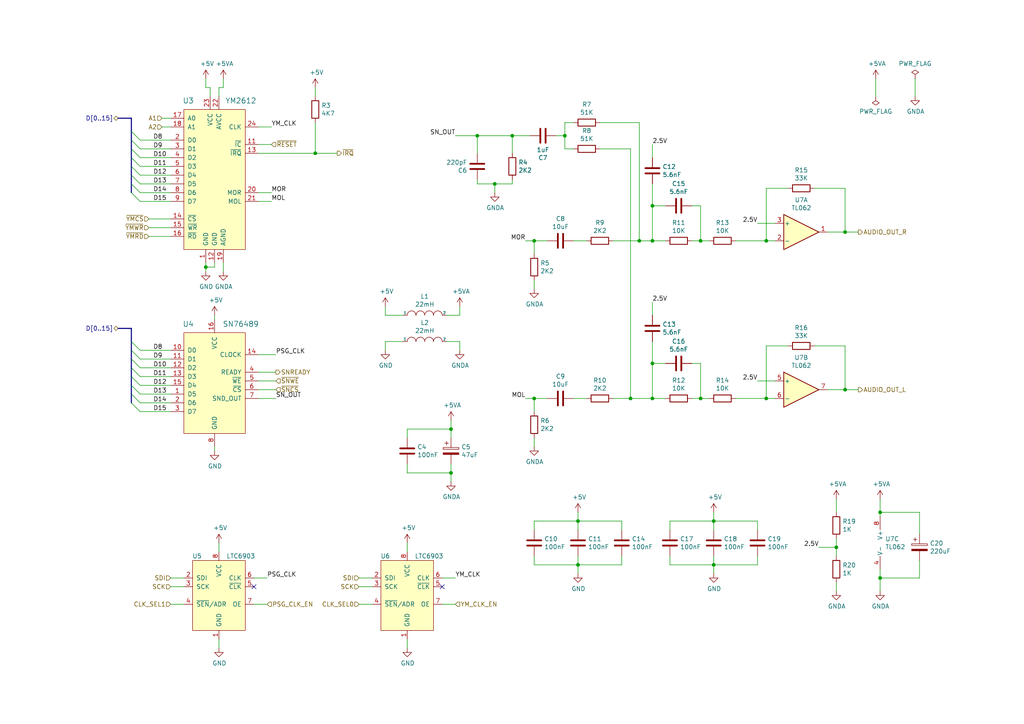
<source format=kicad_sch>
(kicad_sch (version 20230121) (generator eeschema)
  (paper "A4")
  (lib_symbols
    (symbol "Amplifier_Operational:TL062" (pin_names (offset 0.127))
      (property "Reference" "U" (at 0 5.08 0))
      (property "Value" "TL062" (at 0 -5.08 0))
      (symbol "TL062_1_1"
        (polyline (pts (xy -5.08 5.08) (xy 5.08 0) (xy -5.08 -5.08) (xy -5.08 5.08)) (stroke (width 0.254)) (fill (type background)))
        (pin output line (at 7.62 0 180) (length 2.54) (name "~") (number "1"))
        (pin input line (at -7.62 -2.54 0) (length 2.54) (name "-") (number "2"))
        (pin input line (at -7.62 2.54 0) (length 2.54) (name "+") (number "3"))
      )
      (symbol "TL062_2_1"
        (polyline (pts (xy -5.08 5.08) (xy 5.08 0) (xy -5.08 -5.08) (xy -5.08 5.08)) (stroke (width 0.254)) (fill (type background)))
        (pin input line (at -7.62 2.54 0) (length 2.54) (name "+") (number "5"))
        (pin input line (at -7.62 -2.54 0) (length 2.54) (name "-") (number "6"))
        (pin output line (at 7.62 0 180) (length 2.54) (name "~") (number "7"))
      )
      (symbol "TL062_3_1"
        (pin power_in line (at -2.54 -7.62 90) (length 3.81) (name "V-") (number "4"))
        (pin power_in line (at -2.54 7.62 270) (length 3.81) (name "V+") (number "8"))
      )
    )
    (symbol "Ddraig:LTC690x" (pin_names (offset 1.016))
      (property "Reference" "U" (at -8.89 17.78 0))
      (property "Value" "LTC690x" (at 10.16 17.78 0))
      (symbol "LTC690x_0_1"
        (rectangle (start -7.62 13.97) (end 7.62 -6.35) (fill (type background)))
      )
      (symbol "LTC690x_1_1"
        (pin power_in line (at 0 -8.89 90) (length 2.54) (name "GND") (number "1"))
        (pin input line (at -10.16 8.89 0) (length 2.54) (name "SDI") (number "2"))
        (pin input line (at -10.16 6.35 0) (length 2.54) (name "SCK") (number "3"))
        (pin input line (at -10.16 1.27 0) (length 2.54) (name "~{SEN}/ADR") (number "4"))
        (pin output line (at 10.16 6.35 180) (length 2.54) (name "~{CLK}") (number "5"))
        (pin output line (at 10.16 8.89 180) (length 2.54) (name "CLK") (number "6"))
        (pin input line (at 10.16 1.27 180) (length 2.54) (name "OE") (number "7"))
        (pin power_in line (at 0 16.51 270) (length 2.54) (name "VCC") (number "8"))
      )
    )
    (symbol "Ddraig:SN76489" (pin_names (offset 1.016))
      (property "Reference" "U" (at 3.81 15.24 0))
      (property "Value" "SN76489" (at 6.35 -16.51 0))
      (symbol "SN76489_0_1"
        (rectangle (start -8.89 13.97) (end 8.89 -15.24) (fill (type background)))
      )
      (symbol "SN76489_1_1"
        (pin bidirectional line (at -12.7 -3.81 0) (length 3.81) (name "D5") (number "1"))
        (pin bidirectional line (at -12.7 8.89 0) (length 3.81) (name "D0") (number "10"))
        (pin bidirectional line (at -12.7 6.35 0) (length 3.81) (name "D1") (number "11"))
        (pin bidirectional line (at -12.7 3.81 0) (length 3.81) (name "D2") (number "12"))
        (pin bidirectional line (at -12.7 1.27 0) (length 3.81) (name "D3") (number "13"))
        (pin input line (at 12.7 7.62 180) (length 3.81) (name "CLOCK") (number "14"))
        (pin bidirectional line (at -12.7 -1.27 0) (length 3.81) (name "D4") (number "15"))
        (pin power_in line (at 0 17.78 270) (length 3.81) (name "VCC") (number "16"))
        (pin bidirectional line (at -12.7 -6.35 0) (length 3.81) (name "D6") (number "2"))
        (pin bidirectional line (at -12.7 -8.89 0) (length 3.81) (name "D7") (number "3"))
        (pin input line (at 12.7 2.54 180) (length 3.81) (name "READY") (number "4"))
        (pin input line (at 12.7 0 180) (length 3.81) (name "~{WE}") (number "5"))
        (pin input line (at 12.7 -2.54 180) (length 3.81) (name "~{CS}") (number "6"))
        (pin output line (at 12.7 -5.08 180) (length 3.81) (name "SND_OUT") (number "7"))
        (pin power_in line (at 0 -19.05 90) (length 3.81) (name "GND") (number "8"))
        (pin no_connect line (at 12.7 5.08 180) (length 3.81) hide (name "NC") (number "9"))
      )
    )
    (symbol "Ddraig:YM2612" (pin_names (offset 1.016))
      (property "Reference" "U" (at 5.08 17.78 0))
      (property "Value" "YM2612" (at 8.89 -25.4 0))
      (symbol "YM2612_0_1"
        (rectangle (start -8.89 16.51) (end 8.89 -24.13) (fill (type background)))
      )
      (symbol "YM2612_1_1"
        (pin power_in line (at -2.54 -27.94 90) (length 3.81) (name "GND") (number "1"))
        (pin no_connect line (at 12.7 -1.27 180) (length 3.81) hide (name "NC") (number "10"))
        (pin input line (at 12.7 6.35 180) (length 3.81) (name "~{IC}") (number "11"))
        (pin power_in line (at 0 -27.94 90) (length 3.81) (name "GND") (number "12"))
        (pin output line (at 12.7 3.81 180) (length 3.81) (name "~{IRQ}") (number "13"))
        (pin input line (at -12.7 -15.24 0) (length 3.81) (name "~{CS}") (number "14"))
        (pin input line (at -12.7 -17.78 0) (length 3.81) (name "~{WR}") (number "15"))
        (pin input line (at -12.7 -20.32 0) (length 3.81) (name "~{RD}") (number "16"))
        (pin input line (at -12.7 13.97 0) (length 3.81) (name "A0") (number "17"))
        (pin input line (at -12.7 11.43 0) (length 3.81) (name "A1") (number "18"))
        (pin power_in line (at 2.54 -27.94 90) (length 3.81) (name "AGND") (number "19"))
        (pin bidirectional line (at -12.7 7.62 0) (length 3.81) (name "D0") (number "2"))
        (pin output line (at 12.7 -7.62 180) (length 3.81) (name "MOR") (number "20"))
        (pin output line (at 12.7 -10.16 180) (length 3.81) (name "MOL") (number "21"))
        (pin power_in line (at 1.27 20.32 270) (length 3.81) (name "AVCC") (number "22"))
        (pin power_in line (at -1.27 20.32 270) (length 3.81) (name "VCC") (number "23"))
        (pin input line (at 12.7 11.43 180) (length 3.81) (name "CLK") (number "24"))
        (pin bidirectional line (at -12.7 5.08 0) (length 3.81) (name "D1") (number "3"))
        (pin bidirectional line (at -12.7 2.54 0) (length 3.81) (name "D2") (number "4"))
        (pin bidirectional line (at -12.7 0 0) (length 3.81) (name "D3") (number "5"))
        (pin bidirectional line (at -12.7 -2.54 0) (length 3.81) (name "D4") (number "6"))
        (pin bidirectional line (at -12.7 -5.08 0) (length 3.81) (name "D5") (number "7"))
        (pin bidirectional line (at -12.7 -7.62 0) (length 3.81) (name "D6") (number "8"))
        (pin bidirectional line (at -12.7 -10.16 0) (length 3.81) (name "D7") (number "9"))
      )
    )
    (symbol "Device:C" (pin_numbers hide) (pin_names (offset 0.254))
      (property "Reference" "C" (at 0.635 2.54 0))
      (property "Value" "C" (at 0.635 -2.54 0))
      (symbol "C_0_1"
        (polyline (pts (xy -2.032 -0.762) (xy 2.032 -0.762)) (stroke (width 0.508)))
        (polyline (pts (xy -2.032 0.762) (xy 2.032 0.762)) (stroke (width 0.508)))
      )
      (symbol "C_1_1"
        (pin passive line (at 0 3.81 270) (length 2.794) (name "~") (number "1"))
        (pin passive line (at 0 -3.81 90) (length 2.794) (name "~") (number "2"))
      )
    )
    (symbol "Device:C_Polarized" (pin_numbers hide) (pin_names (offset 0.254))
      (property "Reference" "C" (at 0.635 2.54 0))
      (property "Value" "C_Polarized" (at 0.635 -2.54 0))
      (symbol "C_Polarized_0_1"
        (rectangle (start -2.286 0.508) (end 2.286 1.016))
        (polyline (pts (xy -1.778 2.286) (xy -0.762 2.286)))
        (polyline (pts (xy -1.27 2.794) (xy -1.27 1.778)))
        (rectangle (start 2.286 -0.508) (end -2.286 -1.016) (fill (type outline)))
      )
      (symbol "C_Polarized_1_1"
        (pin passive line (at 0 3.81 270) (length 2.794) (name "~") (number "1"))
        (pin passive line (at 0 -3.81 90) (length 2.794) (name "~") (number "2"))
      )
    )
    (symbol "Device:R" (pin_numbers hide) (pin_names (offset 0))
      (property "Reference" "R" (at 2.032 0 90))
      (property "Value" "R" (at 0 0 90))
      (symbol "R_0_1"
        (rectangle (start -1.016 -2.54) (end 1.016 2.54) (stroke (width 0.254)))
      )
      (symbol "R_1_1"
        (pin passive line (at 0 3.81 270) (length 1.27) (name "~") (number "1"))
        (pin passive line (at 0 -3.81 90) (length 1.27) (name "~") (number "2"))
      )
    )
    (symbol "power:+5V" (power) (pin_names (offset 0))
      (property "Value" "+5V" (at 0 3.556 0))
      (symbol "+5V_0_1"
        (polyline (pts (xy -0.762 1.27) (xy 0 2.54)))
        (polyline (pts (xy 0 0) (xy 0 2.54)))
        (polyline (pts (xy 0 2.54) (xy 0.762 1.27)))
      )
      (symbol "+5V_1_1"
        (pin power_in line (at 0 0 90) (length 0) hide (name "+5V") (number "1"))
      )
    )
    (symbol "power:+5VA" (power) (pin_names (offset 0))
      (property "Value" "+5VA" (at 0 3.556 0))
      (symbol "+5VA_0_1"
        (polyline (pts (xy -0.762 1.27) (xy 0 2.54)))
        (polyline (pts (xy 0 0) (xy 0 2.54)))
        (polyline (pts (xy 0 2.54) (xy 0.762 1.27)))
      )
      (symbol "+5VA_1_1"
        (pin power_in line (at 0 0 90) (length 0) hide (name "+5VA") (number "1"))
      )
    )
    (symbol "power:GND" (power) (pin_names (offset 0))
      (property "Value" "GND" (at 0 -3.81 0))
      (symbol "GND_0_1"
        (polyline (pts (xy 0 0) (xy 0 -1.27) (xy 1.27 -1.27) (xy 0 -2.54) (xy -1.27 -1.27) (xy 0 -1.27)))
      )
      (symbol "GND_1_1"
        (pin power_in line (at 0 0 270) (length 0) hide (name "GND") (number "1"))
      )
    )
    (symbol "power:GNDA" (power) (pin_names (offset 0))
      (property "Value" "GNDA" (at 0 -3.81 0))
      (symbol "GNDA_0_1"
        (polyline (pts (xy 0 0) (xy 0 -1.27) (xy 1.27 -1.27) (xy 0 -2.54) (xy -1.27 -1.27) (xy 0 -1.27)))
      )
      (symbol "GNDA_1_1"
        (pin power_in line (at 0 0 270) (length 0) hide (name "GNDA") (number "1"))
      )
    )
    (symbol "power:PWR_FLAG" (power) (pin_numbers hide) (pin_names (offset 0) hide)
      (property "Value" "PWR_FLAG" (at 0 3.81 0))
      (symbol "PWR_FLAG_0_0"
        (pin power_out line (at 0 0 90) (length 0) (name "pwr") (number "1"))
      )
      (symbol "PWR_FLAG_0_1"
        (polyline (pts (xy 0 0) (xy 0 1.27) (xy -1.016 1.905) (xy 0 2.54) (xy 1.016 1.905) (xy 0 1.27)))
      )
    )
    (symbol "pspice:INDUCTOR" (pin_numbers hide) (pin_names (offset 0))
      (property "Reference" "L" (at 0 2.54 0))
      (property "Value" "INDUCTOR" (at 0 -1.27 0))
      (symbol "INDUCTOR_0_1"
        (arc (start -2.54 0) (mid -3.81 1.2645) (end -5.08 0))
        (arc (start 0 0) (mid -1.27 1.2645) (end -2.54 0))
        (arc (start 2.54 0) (mid 1.27 1.2645) (end 0 0))
        (arc (start 5.08 0) (mid 3.81 1.2645) (end 2.54 0))
      )
      (symbol "INDUCTOR_1_1"
        (pin input line (at -6.35 0 0) (length 1.27) (name "1") (number "1"))
        (pin input line (at 6.35 0 180) (length 1.27) (name "2") (number "2"))
      )
    )
  )
  (junction (at 154.94 115.57))
  (junction (at 207.01 151.13))
  (junction (at 138.43 39.37))
  (junction (at 154.94 69.85))
  (junction (at 167.64 151.13))
  (junction (at 203.2 69.85))
  (junction (at 207.01 163.83))
  (junction (at 189.23 115.57))
  (junction (at 189.23 59.69))
  (junction (at 245.11 67.31))
  (junction (at 222.25 115.57))
  (junction (at 163.83 39.37))
  (junction (at 167.64 163.83))
  (junction (at 245.11 113.03))
  (junction (at 59.69 77.47))
  (junction (at 185.42 69.85))
  (junction (at 148.59 39.37))
  (junction (at 255.27 148.59))
  (junction (at 130.81 124.46))
  (junction (at 189.23 69.85))
  (junction (at 189.23 105.41))
  (junction (at 255.27 167.64))
  (junction (at 91.44 44.45))
  (junction (at 222.25 69.85))
  (junction (at 182.88 115.57))
  (junction (at 130.81 137.16))
  (junction (at 143.51 53.34))
  (junction (at 242.57 158.75))
  (junction (at 203.2 115.57))
  (no_connect (at 73.66 170.18))
  (no_connect (at 128.27 170.18))
  (bus_entry (at 38.1 53.34) (size 2.54 2.54))
  (bus_entry (at 38.1 45.72) (size 2.54 2.54))
  (bus_entry (at 38.1 43.18) (size 2.54 2.54))
  (bus_entry (at 38.1 38.1) (size 2.54 2.54))
  (bus_entry (at 38.1 55.88) (size 2.54 2.54))
  (bus_entry (at 38.1 50.8) (size 2.54 2.54))
  (bus_entry (at 38.1 116.84) (size 2.54 2.54))
  (bus_entry (at 38.1 111.76) (size 2.54 2.54))
  (bus_entry (at 38.1 114.3) (size 2.54 2.54))
  (bus_entry (at 38.1 48.26) (size 2.54 2.54))
  (bus_entry (at 38.1 106.68) (size 2.54 2.54))
  (bus_entry (at 38.1 101.6) (size 2.54 2.54))
  (bus_entry (at 38.1 104.14) (size 2.54 2.54))
  (bus_entry (at 38.1 109.22) (size 2.54 2.54))
  (bus_entry (at 38.1 40.64) (size 2.54 2.54))
  (bus_entry (at 38.1 99.06) (size 2.54 2.54))
  (wire (pts (xy 194.31 161.29) (xy 194.31 163.83)))
  (wire (pts (xy 118.11 124.46) (xy 130.81 124.46)))
  (wire (pts (xy 194.31 151.13) (xy 207.01 151.13)))
  (wire (pts (xy 180.34 163.83) (xy 180.34 161.29)))
  (wire (pts (xy 74.93 107.95) (xy 80.01 107.95)))
  (wire (pts (xy 242.57 158.75) (xy 242.57 156.21)))
  (wire (pts (xy 118.11 185.42) (xy 118.11 187.96)))
  (bus (pts (xy 38.1 45.72) (xy 38.1 48.26)))
  (wire (pts (xy 40.64 116.84) (xy 49.53 116.84)))
  (wire (pts (xy 138.43 39.37) (xy 132.08 39.37)))
  (bus (pts (xy 38.1 40.64) (xy 38.1 43.18)))
  (wire (pts (xy 194.31 153.67) (xy 194.31 151.13)))
  (wire (pts (xy 111.76 91.44) (xy 116.84 91.44)))
  (wire (pts (xy 63.5 25.4) (xy 64.77 25.4)))
  (wire (pts (xy 203.2 69.85) (xy 205.74 69.85)))
  (wire (pts (xy 60.96 25.4) (xy 60.96 27.94)))
  (wire (pts (xy 49.53 175.26) (xy 53.34 175.26)))
  (wire (pts (xy 130.81 137.16) (xy 130.81 139.7)))
  (wire (pts (xy 59.69 22.86) (xy 59.69 25.4)))
  (wire (pts (xy 49.53 34.29) (xy 46.99 34.29)))
  (wire (pts (xy 213.36 69.85) (xy 222.25 69.85)))
  (wire (pts (xy 167.64 163.83) (xy 167.64 166.37)))
  (wire (pts (xy 245.11 67.31) (xy 245.11 54.61)))
  (wire (pts (xy 154.94 161.29) (xy 154.94 163.83)))
  (wire (pts (xy 43.18 68.58) (xy 49.53 68.58)))
  (wire (pts (xy 167.64 163.83) (xy 180.34 163.83)))
  (wire (pts (xy 59.69 76.2) (xy 59.69 77.47)))
  (wire (pts (xy 203.2 59.69) (xy 203.2 69.85)))
  (wire (pts (xy 242.57 148.59) (xy 242.57 144.78)))
  (wire (pts (xy 64.77 25.4) (xy 64.77 22.86)))
  (wire (pts (xy 128.27 175.26) (xy 132.08 175.26)))
  (wire (pts (xy 153.67 39.37) (xy 148.59 39.37)))
  (wire (pts (xy 152.4 69.85) (xy 154.94 69.85)))
  (wire (pts (xy 154.94 129.54) (xy 154.94 127)))
  (bus (pts (xy 38.1 95.25) (xy 38.1 99.06)))
  (wire (pts (xy 245.11 113.03) (xy 248.92 113.03)))
  (wire (pts (xy 222.25 115.57) (xy 224.79 115.57)))
  (wire (pts (xy 203.2 69.85) (xy 200.66 69.85)))
  (wire (pts (xy 167.64 151.13) (xy 167.64 148.59)))
  (wire (pts (xy 74.93 44.45) (xy 91.44 44.45)))
  (wire (pts (xy 242.57 161.29) (xy 242.57 158.75)))
  (wire (pts (xy 49.53 36.83) (xy 46.99 36.83)))
  (wire (pts (xy 255.27 148.59) (xy 255.27 144.78)))
  (wire (pts (xy 133.35 99.06) (xy 133.35 101.6)))
  (wire (pts (xy 143.51 53.34) (xy 138.43 53.34)))
  (wire (pts (xy 62.23 77.47) (xy 62.23 76.2)))
  (wire (pts (xy 74.93 58.42) (xy 78.74 58.42)))
  (wire (pts (xy 189.23 41.91) (xy 189.23 45.72)))
  (wire (pts (xy 59.69 25.4) (xy 60.96 25.4)))
  (wire (pts (xy 189.23 115.57) (xy 193.04 115.57)))
  (wire (pts (xy 104.14 167.64) (xy 107.95 167.64)))
  (bus (pts (xy 38.1 109.22) (xy 38.1 111.76)))
  (wire (pts (xy 148.59 53.34) (xy 148.59 52.07)))
  (wire (pts (xy 207.01 151.13) (xy 207.01 148.59)))
  (wire (pts (xy 73.66 167.64) (xy 77.47 167.64)))
  (wire (pts (xy 154.94 69.85) (xy 154.94 73.66)))
  (wire (pts (xy 130.81 134.62) (xy 130.81 137.16)))
  (wire (pts (xy 111.76 101.6) (xy 111.76 99.06)))
  (bus (pts (xy 38.1 104.14) (xy 38.1 106.68)))
  (wire (pts (xy 40.64 43.18) (xy 49.53 43.18)))
  (wire (pts (xy 194.31 163.83) (xy 207.01 163.83)))
  (wire (pts (xy 154.94 153.67) (xy 154.94 151.13)))
  (wire (pts (xy 43.18 66.04) (xy 49.53 66.04)))
  (wire (pts (xy 245.11 113.03) (xy 245.11 100.33)))
  (wire (pts (xy 254 22.86) (xy 254 27.94)))
  (wire (pts (xy 266.7 154.94) (xy 266.7 148.59)))
  (wire (pts (xy 143.51 53.34) (xy 143.51 55.88)))
  (wire (pts (xy 78.74 36.83) (xy 74.93 36.83)))
  (wire (pts (xy 207.01 163.83) (xy 207.01 166.37)))
  (wire (pts (xy 245.11 54.61) (xy 236.22 54.61)))
  (wire (pts (xy 40.64 48.26) (xy 49.53 48.26)))
  (wire (pts (xy 166.37 115.57) (xy 170.18 115.57)))
  (wire (pts (xy 167.64 153.67) (xy 167.64 151.13)))
  (wire (pts (xy 63.5 185.42) (xy 63.5 187.96)))
  (wire (pts (xy 128.27 167.64) (xy 132.08 167.64)))
  (wire (pts (xy 219.71 64.77) (xy 224.79 64.77)))
  (wire (pts (xy 74.93 110.49) (xy 80.01 110.49)))
  (wire (pts (xy 203.2 115.57) (xy 205.74 115.57)))
  (wire (pts (xy 193.04 105.41) (xy 189.23 105.41)))
  (bus (pts (xy 38.1 50.8) (xy 38.1 53.34)))
  (wire (pts (xy 118.11 134.62) (xy 118.11 137.16)))
  (wire (pts (xy 40.64 50.8) (xy 49.53 50.8)))
  (bus (pts (xy 38.1 34.29) (xy 38.1 38.1)))
  (wire (pts (xy 182.88 115.57) (xy 189.23 115.57)))
  (wire (pts (xy 222.25 69.85) (xy 224.79 69.85)))
  (bus (pts (xy 38.1 53.34) (xy 38.1 55.88)))
  (wire (pts (xy 245.11 67.31) (xy 248.92 67.31)))
  (wire (pts (xy 43.18 63.5) (xy 49.53 63.5)))
  (wire (pts (xy 40.64 101.6) (xy 49.53 101.6)))
  (wire (pts (xy 219.71 110.49) (xy 224.79 110.49)))
  (wire (pts (xy 62.23 129.54) (xy 62.23 130.81)))
  (wire (pts (xy 80.01 102.87) (xy 74.93 102.87)))
  (wire (pts (xy 207.01 153.67) (xy 207.01 151.13)))
  (wire (pts (xy 78.74 55.88) (xy 74.93 55.88)))
  (wire (pts (xy 118.11 157.48) (xy 118.11 160.02)))
  (wire (pts (xy 148.59 39.37) (xy 138.43 39.37)))
  (wire (pts (xy 118.11 127) (xy 118.11 124.46)))
  (wire (pts (xy 40.64 114.3) (xy 49.53 114.3)))
  (bus (pts (xy 38.1 43.18) (xy 38.1 45.72)))
  (wire (pts (xy 91.44 25.4) (xy 91.44 27.94)))
  (wire (pts (xy 222.25 100.33) (xy 222.25 115.57)))
  (wire (pts (xy 91.44 44.45) (xy 97.79 44.45)))
  (wire (pts (xy 91.44 35.56) (xy 91.44 44.45)))
  (wire (pts (xy 182.88 43.18) (xy 182.88 115.57)))
  (wire (pts (xy 185.42 69.85) (xy 189.23 69.85)))
  (bus (pts (xy 38.1 48.26) (xy 38.1 50.8)))
  (wire (pts (xy 40.64 111.76) (xy 49.53 111.76)))
  (wire (pts (xy 138.43 53.34) (xy 138.43 52.07)))
  (wire (pts (xy 40.64 106.68) (xy 49.53 106.68)))
  (bus (pts (xy 38.1 101.6) (xy 38.1 104.14)))
  (wire (pts (xy 154.94 83.82) (xy 154.94 81.28)))
  (bus (pts (xy 38.1 106.68) (xy 38.1 109.22)))
  (wire (pts (xy 80.01 113.03) (xy 74.93 113.03)))
  (wire (pts (xy 154.94 163.83) (xy 167.64 163.83)))
  (wire (pts (xy 173.99 43.18) (xy 182.88 43.18)))
  (bus (pts (xy 38.1 99.06) (xy 38.1 101.6)))
  (wire (pts (xy 203.2 115.57) (xy 200.66 115.57)))
  (wire (pts (xy 222.25 54.61) (xy 222.25 69.85)))
  (wire (pts (xy 40.64 119.38) (xy 49.53 119.38)))
  (wire (pts (xy 200.66 59.69) (xy 203.2 59.69)))
  (wire (pts (xy 40.64 45.72) (xy 49.53 45.72)))
  (wire (pts (xy 130.81 121.92) (xy 130.81 124.46)))
  (bus (pts (xy 38.1 95.25) (xy 34.29 95.25)))
  (wire (pts (xy 265.43 27.94) (xy 265.43 22.86)))
  (wire (pts (xy 158.75 69.85) (xy 154.94 69.85)))
  (wire (pts (xy 242.57 171.45) (xy 242.57 168.91)))
  (wire (pts (xy 107.95 170.18) (xy 104.14 170.18)))
  (bus (pts (xy 38.1 38.1) (xy 38.1 40.64)))
  (wire (pts (xy 266.7 148.59) (xy 255.27 148.59)))
  (wire (pts (xy 219.71 163.83) (xy 219.71 161.29)))
  (wire (pts (xy 161.29 39.37) (xy 163.83 39.37)))
  (wire (pts (xy 62.23 91.44) (xy 62.23 92.71)))
  (bus (pts (xy 38.1 114.3) (xy 38.1 116.84)))
  (wire (pts (xy 163.83 39.37) (xy 163.83 35.56)))
  (wire (pts (xy 255.27 167.64) (xy 255.27 165.1)))
  (wire (pts (xy 167.64 151.13) (xy 180.34 151.13)))
  (wire (pts (xy 40.64 109.22) (xy 49.53 109.22)))
  (wire (pts (xy 245.11 100.33) (xy 236.22 100.33)))
  (wire (pts (xy 138.43 44.45) (xy 138.43 39.37)))
  (wire (pts (xy 129.54 91.44) (xy 133.35 91.44)))
  (wire (pts (xy 40.64 55.88) (xy 49.53 55.88)))
  (wire (pts (xy 152.4 115.57) (xy 154.94 115.57)))
  (wire (pts (xy 133.35 91.44) (xy 133.35 88.9)))
  (wire (pts (xy 189.23 53.34) (xy 189.23 59.69)))
  (wire (pts (xy 207.01 163.83) (xy 219.71 163.83)))
  (wire (pts (xy 193.04 59.69) (xy 189.23 59.69)))
  (bus (pts (xy 38.1 34.29) (xy 34.29 34.29)))
  (wire (pts (xy 49.53 167.64) (xy 53.34 167.64)))
  (wire (pts (xy 185.42 35.56) (xy 185.42 69.85)))
  (wire (pts (xy 167.64 161.29) (xy 167.64 163.83)))
  (wire (pts (xy 255.27 171.45) (xy 255.27 167.64)))
  (wire (pts (xy 148.59 44.45) (xy 148.59 39.37)))
  (wire (pts (xy 104.14 175.26) (xy 107.95 175.26)))
  (wire (pts (xy 255.27 149.86) (xy 255.27 148.59)))
  (wire (pts (xy 73.66 175.26) (xy 77.47 175.26)))
  (wire (pts (xy 189.23 105.41) (xy 189.23 115.57)))
  (wire (pts (xy 40.64 58.42) (xy 49.53 58.42)))
  (wire (pts (xy 163.83 35.56) (xy 166.37 35.56)))
  (wire (pts (xy 143.51 53.34) (xy 148.59 53.34)))
  (wire (pts (xy 177.8 69.85) (xy 185.42 69.85)))
  (wire (pts (xy 78.74 41.91) (xy 74.93 41.91)))
  (wire (pts (xy 111.76 88.9) (xy 111.76 91.44)))
  (wire (pts (xy 129.54 99.06) (xy 133.35 99.06)))
  (wire (pts (xy 207.01 161.29) (xy 207.01 163.83)))
  (wire (pts (xy 240.03 67.31) (xy 245.11 67.31)))
  (wire (pts (xy 173.99 35.56) (xy 185.42 35.56)))
  (wire (pts (xy 203.2 105.41) (xy 203.2 115.57)))
  (wire (pts (xy 59.69 77.47) (xy 59.69 78.74)))
  (wire (pts (xy 53.34 170.18) (xy 49.53 170.18)))
  (wire (pts (xy 64.77 78.74) (xy 64.77 76.2)))
  (wire (pts (xy 163.83 39.37) (xy 163.83 43.18)))
  (wire (pts (xy 213.36 115.57) (xy 222.25 115.57)))
  (wire (pts (xy 40.64 104.14) (xy 49.53 104.14)))
  (wire (pts (xy 63.5 157.48) (xy 63.5 160.02)))
  (wire (pts (xy 154.94 115.57) (xy 154.94 119.38)))
  (wire (pts (xy 118.11 137.16) (xy 130.81 137.16)))
  (wire (pts (xy 266.7 167.64) (xy 255.27 167.64)))
  (wire (pts (xy 63.5 27.94) (xy 63.5 25.4)))
  (wire (pts (xy 158.75 115.57) (xy 154.94 115.57)))
  (wire (pts (xy 163.83 43.18) (xy 166.37 43.18)))
  (wire (pts (xy 40.64 53.34) (xy 49.53 53.34)))
  (bus (pts (xy 38.1 111.76) (xy 38.1 114.3)))
  (wire (pts (xy 189.23 87.63) (xy 189.23 91.44)))
  (wire (pts (xy 59.69 77.47) (xy 62.23 77.47)))
  (wire (pts (xy 219.71 151.13) (xy 219.71 153.67)))
  (wire (pts (xy 237.49 158.75) (xy 242.57 158.75)))
  (wire (pts (xy 177.8 115.57) (xy 182.88 115.57)))
  (wire (pts (xy 228.6 100.33) (xy 222.25 100.33)))
  (wire (pts (xy 266.7 162.56) (xy 266.7 167.64)))
  (wire (pts (xy 228.6 54.61) (xy 222.25 54.61)))
  (wire (pts (xy 189.23 59.69) (xy 189.23 69.85)))
  (wire (pts (xy 200.66 105.41) (xy 203.2 105.41)))
  (wire (pts (xy 180.34 151.13) (xy 180.34 153.67)))
  (wire (pts (xy 207.01 151.13) (xy 219.71 151.13)))
  (wire (pts (xy 111.76 99.06) (xy 116.84 99.06)))
  (wire (pts (xy 40.64 40.64) (xy 49.53 40.64)))
  (wire (pts (xy 189.23 99.06) (xy 189.23 105.41)))
  (wire (pts (xy 154.94 151.13) (xy 167.64 151.13)))
  (wire (pts (xy 166.37 69.85) (xy 170.18 69.85)))
  (wire (pts (xy 130.81 127) (xy 130.81 124.46)))
  (wire (pts (xy 80.01 115.57) (xy 74.93 115.57)))
  (wire (pts (xy 189.23 69.85) (xy 193.04 69.85)))
  (wire (pts (xy 240.03 113.03) (xy 245.11 113.03)))
  (label "D11" (at 44.45 109.22 0))
  (label "D12" (at 44.45 111.76 0))
  (label "D15" (at 44.45 119.38 0))
  (label "D8" (at 44.45 40.64 0))
  (label "MOR" (at 78.74 55.88 0))
  (label "D15" (at 44.45 58.42 0))
  (label "D14" (at 44.45 55.88 0))
  (label "SN_OUT" (at 132.08 39.37 180))
  (label "SN_OUT" (at 80.01 115.57 0))
  (label "D12" (at 44.45 50.8 0))
  (label "MOR" (at 152.4 69.85 180))
  (label "D8" (at 44.45 101.6 0))
  (label "D10" (at 44.45 106.68 0))
  (label "D11" (at 44.45 48.26 0))
  (label "D9" (at 44.45 43.18 0))
  (label "PSG_CLK" (at 80.01 102.87 0))
  (label "D13" (at 44.45 114.3 0))
  (label "2.5V" (at 189.23 41.91 0))
  (label "YM_CLK" (at 132.08 167.64 0))
  (label "YM_CLK" (at 78.74 36.83 0))
  (label "D14" (at 44.45 116.84 0))
  (label "2.5V" (at 237.49 158.75 180))
  (label "D10" (at 44.45 45.72 0))
  (label "2.5V" (at 219.71 64.77 180))
  (label "MOL" (at 152.4 115.57 180))
  (label "PSG_CLK" (at 77.47 167.64 0))
  (label "2.5V" (at 219.71 110.49 180))
  (label "2.5V" (at 189.23 87.63 0))
  (label "MOL" (at 78.74 58.42 0))
  (label "D9" (at 44.45 104.14 0))
  (label "D13" (at 44.45 53.34 0))
  (hierarchical_label "CLK_SEL0" (shape input) (at 104.14 175.26 180))
  (hierarchical_label "SCK" (shape input) (at 49.53 170.18 180))
  (hierarchical_label "~{YMCS}" (shape input) (at 43.18 63.5 180))
  (hierarchical_label "SDI" (shape input) (at 49.53 167.64 180))
  (hierarchical_label "YM_CLK_EN" (shape input) (at 132.08 175.26 0))
  (hierarchical_label "A2" (shape input) (at 46.99 36.83 180))
  (hierarchical_label "A1" (shape input) (at 46.99 34.29 180))
  (hierarchical_label "~{YMWR}" (shape input) (at 43.18 66.04 180))
  (hierarchical_label "CLK_SEL1" (shape input) (at 49.53 175.26 180))
  (hierarchical_label "AUDIO_OUT_L" (shape output) (at 248.92 113.03 0))
  (hierarchical_label "SDI" (shape input) (at 104.14 167.64 180))
  (hierarchical_label "SCK" (shape input) (at 104.14 170.18 180))
  (hierarchical_label "~{YMRD}" (shape input) (at 43.18 68.58 180))
  (hierarchical_label "~{IRQ}" (shape output) (at 97.79 44.45 0))
  (hierarchical_label "D[0..15]" (shape bidirectional) (at 34.29 95.25 180))
  (hierarchical_label "PSG_CLK_EN" (shape input) (at 77.47 175.26 0))
  (hierarchical_label "~{SNCS}" (shape input) (at 80.01 113.03 0))
  (hierarchical_label "D[0..15]" (shape bidirectional) (at 34.29 34.29 180))
  (hierarchical_label "~{RESET}" (shape input) (at 78.74 41.91 0))
  (hierarchical_label "AUDIO_OUT_R" (shape output) (at 248.92 67.31 0))
  (hierarchical_label "~{SNWE}" (shape input) (at 80.01 110.49 0))
  (hierarchical_label "SNREADY" (shape output) (at 80.01 107.95 0))
  (symbol (lib_id "Amplifier_Operational:TL062") (at 232.41 67.31 0) (unit 1)
    (property "Reference" "U7" (at 232.41 57.9882 0))
    (property "Value" "TL062" (at 232.41 60.2996 0))
    (property "Footprint" "Package_DIP:DIP-8_W7.62mm_Socket" (effects hide))
    (property "Datasheet" "http://www.ti.com/lit/ds/symlink/tl061.pdf" (effects hide))
  )
  (symbol (lib_id "Amplifier_Operational:TL062") (at 232.41 113.03 0) (unit 2)
    (property "Reference" "U7" (at 232.41 103.7082 0))
    (property "Value" "TL062" (at 232.41 106.0196 0))
    (property "Footprint" "Package_DIP:DIP-8_W7.62mm_Socket" (effects hide))
    (property "Datasheet" "http://www.ti.com/lit/ds/symlink/tl061.pdf" (effects hide))
  )
  (symbol (lib_id "Amplifier_Operational:TL062") (at 257.81 157.48 0) (unit 3)
    (property "Reference" "U7" (at 256.7432 156.3116 0) (effects (justify left)))
    (property "Value" "TL062" (at 256.7432 158.623 0) (effects (justify left)))
    (property "Footprint" "Package_DIP:DIP-8_W7.62mm_Socket" (effects hide))
    (property "Datasheet" "http://www.ti.com/lit/ds/symlink/tl061.pdf" (effects hide))
  )
  (symbol (lib_id "power:+5VA") (at 255.27 144.78 0) (unit 1)
    (property "Reference" "#PWR042" (effects hide))
    (property "Value" "+5VA" (at 255.651 140.3858 0))
  )
  (symbol (lib_id "power:GNDA") (at 255.27 171.45 0) (unit 1)
    (property "Reference" "#PWR043" (effects hide))
    (property "Value" "GNDA" (at 255.397 175.8442 0))
  )
  (symbol (lib_id "Device:C_Polarized") (at 266.7 158.75 0) (unit 1)
    (property "Reference" "C20" (at 269.6972 157.5816 0) (effects (justify left)))
    (property "Value" "220uF" (at 269.6972 159.893 0) (effects (justify left)))
    (property "Footprint" "Capacitor_THT:CP_Radial_D5.0mm_P2.50mm" (effects hide))
  )
  (symbol (lib_id "Device:R") (at 232.41 54.61 270) (unit 1)
    (property "Reference" "R15" (at 232.41 49.3522 90))
    (property "Value" "33K" (at 232.41 51.6636 90))
    (property "Footprint" "Resistor_THT:R_Axial_DIN0207_L6.3mm_D2.5mm_P10.16mm_Horizontal" (effects hide))
  )
  (symbol (lib_id "Device:R") (at 209.55 69.85 270) (unit 1)
    (property "Reference" "R13" (at 209.55 64.5922 90))
    (property "Value" "10K" (at 209.55 66.9036 90))
    (property "Footprint" "Resistor_THT:R_Axial_DIN0207_L6.3mm_D2.5mm_P10.16mm_Horizontal" (effects hide))
  )
  (symbol (lib_id "Device:R") (at 196.85 69.85 270) (unit 1)
    (property "Reference" "R11" (at 196.85 64.5922 90))
    (property "Value" "10K" (at 196.85 66.9036 90))
    (property "Footprint" "Resistor_THT:R_Axial_DIN0207_L6.3mm_D2.5mm_P10.16mm_Horizontal" (effects hide))
  )
  (symbol (lib_id "Device:R") (at 173.99 69.85 270) (unit 1)
    (property "Reference" "R9" (at 173.99 64.5922 90))
    (property "Value" "2K2" (at 173.99 66.9036 90))
    (property "Footprint" "Resistor_THT:R_Axial_DIN0207_L6.3mm_D2.5mm_P10.16mm_Horizontal" (effects hide))
  )
  (symbol (lib_id "Device:C") (at 162.56 69.85 270) (unit 1)
    (property "Reference" "C8" (at 162.56 63.4492 90))
    (property "Value" "10uF" (at 162.56 65.7606 90))
    (property "Footprint" "Capacitor_THT:C_Disc_D5.0mm_W2.5mm_P2.50mm" (effects hide))
  )
  (symbol (lib_id "Device:R") (at 154.94 77.47 180) (unit 1)
    (property "Reference" "R5" (at 156.718 76.3016 0) (effects (justify right)))
    (property "Value" "2K2" (at 156.718 78.613 0) (effects (justify right)))
    (property "Footprint" "Resistor_THT:R_Axial_DIN0207_L6.3mm_D2.5mm_P10.16mm_Horizontal" (effects hide))
  )
  (symbol (lib_id "Device:C") (at 196.85 59.69 270) (unit 1)
    (property "Reference" "C15" (at 196.85 53.2892 90))
    (property "Value" "5.6nF" (at 196.85 55.6006 90))
    (property "Footprint" "Capacitor_THT:C_Disc_D5.0mm_W2.5mm_P2.50mm" (effects hide))
  )
  (symbol (lib_id "Device:C") (at 189.23 49.53 0) (unit 1)
    (property "Reference" "C12" (at 192.151 48.3616 0) (effects (justify left)))
    (property "Value" "5.6nF" (at 192.151 50.673 0) (effects (justify left)))
    (property "Footprint" "Capacitor_THT:C_Disc_D5.0mm_W2.5mm_P2.50mm" (effects hide))
  )
  (symbol (lib_id "power:GNDA") (at 154.94 83.82 0) (unit 1)
    (property "Reference" "#PWR035" (effects hide))
    (property "Value" "GNDA" (at 155.067 88.2142 0))
  )
  (symbol (lib_id "Device:R") (at 232.41 100.33 270) (unit 1)
    (property "Reference" "R16" (at 232.41 95.0722 90))
    (property "Value" "33K" (at 232.41 97.3836 90))
    (property "Footprint" "Resistor_THT:R_Axial_DIN0207_L6.3mm_D2.5mm_P10.16mm_Horizontal" (effects hide))
  )
  (symbol (lib_id "Device:R") (at 209.55 115.57 270) (unit 1)
    (property "Reference" "R14" (at 209.55 110.3122 90))
    (property "Value" "10K" (at 209.55 112.6236 90))
    (property "Footprint" "Resistor_THT:R_Axial_DIN0207_L6.3mm_D2.5mm_P10.16mm_Horizontal" (effects hide))
  )
  (symbol (lib_id "Device:R") (at 196.85 115.57 270) (unit 1)
    (property "Reference" "R12" (at 196.85 110.3122 90))
    (property "Value" "10K" (at 196.85 112.6236 90))
    (property "Footprint" "Resistor_THT:R_Axial_DIN0207_L6.3mm_D2.5mm_P10.16mm_Horizontal" (effects hide))
  )
  (symbol (lib_id "Device:R") (at 173.99 115.57 270) (unit 1)
    (property "Reference" "R10" (at 173.99 110.3122 90))
    (property "Value" "2K2" (at 173.99 112.6236 90))
    (property "Footprint" "Resistor_THT:R_Axial_DIN0207_L6.3mm_D2.5mm_P10.16mm_Horizontal" (effects hide))
  )
  (symbol (lib_id "Device:C") (at 162.56 115.57 270) (unit 1)
    (property "Reference" "C9" (at 162.56 109.1692 90))
    (property "Value" "10uF" (at 162.56 111.4806 90))
    (property "Footprint" "Capacitor_THT:C_Disc_D5.0mm_W2.5mm_P2.50mm" (effects hide))
  )
  (symbol (lib_id "Device:R") (at 154.94 123.19 180) (unit 1)
    (property "Reference" "R6" (at 156.718 122.0216 0) (effects (justify right)))
    (property "Value" "2K2" (at 156.718 124.333 0) (effects (justify right)))
    (property "Footprint" "Resistor_THT:R_Axial_DIN0207_L6.3mm_D2.5mm_P10.16mm_Horizontal" (effects hide))
  )
  (symbol (lib_id "Device:C") (at 196.85 105.41 270) (unit 1)
    (property "Reference" "C16" (at 196.85 99.0092 90))
    (property "Value" "5.6nF" (at 196.85 101.3206 90))
    (property "Footprint" "Capacitor_THT:C_Disc_D5.0mm_W2.5mm_P2.50mm" (effects hide))
  )
  (symbol (lib_id "Device:C") (at 189.23 95.25 0) (unit 1)
    (property "Reference" "C13" (at 192.151 94.0816 0) (effects (justify left)))
    (property "Value" "5.6nF" (at 192.151 96.393 0) (effects (justify left)))
    (property "Footprint" "Capacitor_THT:C_Disc_D5.0mm_W2.5mm_P2.50mm" (effects hide))
  )
  (symbol (lib_id "power:GNDA") (at 154.94 129.54 0) (unit 1)
    (property "Reference" "#PWR036" (effects hide))
    (property "Value" "GNDA" (at 155.067 133.9342 0))
  )
  (symbol (lib_id "Device:R") (at 170.18 35.56 90) (unit 1)
    (property "Reference" "R7" (at 170.18 30.3022 90))
    (property "Value" "51K" (at 170.18 32.6136 90))
    (property "Footprint" "Resistor_THT:R_Axial_DIN0207_L6.3mm_D2.5mm_P10.16mm_Horizontal" (effects hide))
  )
  (symbol (lib_id "Device:R") (at 170.18 43.18 90) (unit 1)
    (property "Reference" "R8" (at 170.18 37.9222 90))
    (property "Value" "51K" (at 170.18 40.2336 90))
    (property "Footprint" "Resistor_THT:R_Axial_DIN0207_L6.3mm_D2.5mm_P10.16mm_Horizontal" (effects hide))
  )
  (symbol (lib_id "Device:C") (at 157.48 39.37 90) (unit 1)
    (property "Reference" "C7" (at 157.48 45.7708 90))
    (property "Value" "1uF" (at 157.48 43.4594 90))
    (property "Footprint" "Capacitor_THT:C_Disc_D5.0mm_W2.5mm_P2.50mm" (effects hide))
  )
  (symbol (lib_id "Device:C") (at 138.43 48.26 180) (unit 1)
    (property "Reference" "C6" (at 135.509 49.4284 0) (effects (justify left)))
    (property "Value" "220pF" (at 135.509 47.117 0) (effects (justify left)))
    (property "Footprint" "Capacitor_THT:C_Disc_D5.0mm_W2.5mm_P2.50mm" (effects hide))
  )
  (symbol (lib_id "Device:R") (at 148.59 48.26 0) (unit 1)
    (property "Reference" "R4" (at 150.368 47.0916 0) (effects (justify left)))
    (property "Value" "2K2" (at 150.368 49.403 0) (effects (justify left)))
    (property "Footprint" "Resistor_THT:R_Axial_DIN0207_L6.3mm_D2.5mm_P10.16mm_Horizontal" (effects hide))
  )
  (symbol (lib_id "Ddraig:LTC690x") (at 118.11 176.53 0) (unit 1)
    (property "Reference" "U6" (at 111.76 161.29 0))
    (property "Value" "LTC6903" (at 124.46 161.29 0))
    (property "Footprint" "Ddraig:SOP65P490X110-8N" (effects hide))
  )
  (symbol (lib_id "power:GND") (at 118.11 187.96 0) (unit 1)
    (property "Reference" "#PWR029" (effects hide))
    (property "Value" "GND" (at 118.237 192.3542 0))
  )
  (symbol (lib_id "power:+5V") (at 118.11 157.48 0) (unit 1)
    (property "Reference" "#PWR028" (effects hide))
    (property "Value" "+5V" (at 118.491 153.0858 0))
  )
  (symbol (lib_id "Ddraig:LTC690x") (at 63.5 176.53 0) (unit 1)
    (property "Reference" "U5" (at 57.15 161.29 0))
    (property "Value" "LTC6903" (at 69.85 161.29 0))
    (property "Footprint" "Ddraig:SOP65P490X110-8N" (effects hide))
  )
  (symbol (lib_id "power:GND") (at 63.5 187.96 0) (unit 1)
    (property "Reference" "#PWR022" (effects hide))
    (property "Value" "GND" (at 63.627 192.3542 0))
  )
  (symbol (lib_id "power:+5V") (at 63.5 157.48 0) (unit 1)
    (property "Reference" "#PWR021" (effects hide))
    (property "Value" "+5V" (at 63.881 153.0858 0))
  )
  (symbol (lib_id "Ddraig:YM2612") (at 62.23 48.26 0) (unit 1)
    (property "Reference" "U3" (at 54.61 29.21 0) (effects (font (size 1.524 1.524))))
    (property "Value" "YM2612" (at 69.85 29.21 0) (effects (font (size 1.524 1.524))))
    (property "Footprint" "Package_DIP:DIP-24_W15.24mm_Socket" (effects hide))
  )
  (symbol (lib_id "Ddraig:SN76489") (at 62.23 110.49 0) (unit 1)
    (property "Reference" "U4" (at 54.61 93.98 0) (effects (font (size 1.524 1.524))))
    (property "Value" "SN76489" (at 69.85 93.98 0) (effects (font (size 1.524 1.524))))
    (property "Footprint" "Package_DIP:DIP-16_W7.62mm_Socket" (effects hide))
  )
  (symbol (lib_id "power:GNDA") (at 143.51 55.88 0) (unit 1)
    (property "Reference" "#PWR034" (effects hide))
    (property "Value" "GNDA" (at 143.637 60.2742 0))
  )
  (symbol (lib_id "power:GND") (at 59.69 78.74 0) (unit 1)
    (property "Reference" "#PWR018" (effects hide))
    (property "Value" "GND" (at 59.817 83.1342 0))
  )
  (symbol (lib_id "power:GND") (at 62.23 130.81 0) (unit 1)
    (property "Reference" "#PWR020" (effects hide))
    (property "Value" "GND" (at 62.357 135.2042 0))
  )
  (symbol (lib_id "power:+5V") (at 62.23 91.44 0) (unit 1)
    (property "Reference" "#PWR019" (effects hide))
    (property "Value" "+5V" (at 62.611 87.0458 0))
  )
  (symbol (lib_id "power:+5V") (at 59.69 22.86 0) (unit 1)
    (property "Reference" "#PWR017" (effects hide))
    (property "Value" "+5V" (at 60.071 18.4658 0))
  )
  (symbol (lib_id "power:+5VA") (at 64.77 22.86 0) (unit 1)
    (property "Reference" "#PWR023" (effects hide))
    (property "Value" "+5VA" (at 65.151 18.4658 0))
  )
  (symbol (lib_id "power:GNDA") (at 64.77 78.74 0) (unit 1)
    (property "Reference" "#PWR024" (effects hide))
    (property "Value" "GNDA" (at 64.897 83.1342 0))
  )
  (symbol (lib_id "Device:R") (at 91.44 31.75 0) (unit 1)
    (property "Reference" "R3" (at 93.218 30.5816 0) (effects (justify left)))
    (property "Value" "4K7" (at 93.218 32.893 0) (effects (justify left)))
    (property "Footprint" "Resistor_THT:R_Axial_DIN0207_L6.3mm_D2.5mm_P10.16mm_Horizontal" (effects hide))
  )
  (symbol (lib_id "power:+5V") (at 91.44 25.4 0) (unit 1)
    (property "Reference" "#PWR025" (effects hide))
    (property "Value" "+5V" (at 91.821 21.0058 0))
  )
  (symbol (lib_id "Device:C") (at 207.01 157.48 0) (unit 1)
    (property "Reference" "C18" (at 209.931 156.3116 0) (effects (justify left)))
    (property "Value" "100nF" (at 209.931 158.623 0) (effects (justify left)))
    (property "Footprint" "Capacitor_THT:C_Disc_D5.0mm_W2.5mm_P2.50mm" (effects hide))
  )
  (symbol (lib_id "Device:C") (at 219.71 157.48 0) (unit 1)
    (property "Reference" "C19" (at 222.631 156.3116 0) (effects (justify left)))
    (property "Value" "100nF" (at 222.631 158.623 0) (effects (justify left)))
    (property "Footprint" "Capacitor_THT:C_Disc_D5.0mm_W2.5mm_P2.50mm" (effects hide))
  )
  (symbol (lib_id "Device:C") (at 194.31 157.48 0) (unit 1)
    (property "Reference" "C17" (at 197.231 156.3116 0) (effects (justify left)))
    (property "Value" "100nF" (at 197.231 158.623 0) (effects (justify left)))
    (property "Footprint" "Capacitor_THT:C_Disc_D5.0mm_W2.5mm_P2.50mm" (effects hide))
  )
  (symbol (lib_id "power:GND") (at 207.01 166.37 0) (unit 1)
    (property "Reference" "#PWR040" (effects hide))
    (property "Value" "GND" (at 207.137 170.7642 0))
  )
  (symbol (lib_id "power:+5V") (at 207.01 148.59 0) (unit 1)
    (property "Reference" "#PWR039" (effects hide))
    (property "Value" "+5V" (at 207.391 144.1958 0))
  )
  (symbol (lib_id "Device:C") (at 167.64 157.48 0) (unit 1)
    (property "Reference" "C11" (at 170.561 156.3116 0) (effects (justify left)))
    (property "Value" "100nF" (at 170.561 158.623 0) (effects (justify left)))
    (property "Footprint" "Capacitor_THT:C_Disc_D5.0mm_W2.5mm_P2.50mm" (effects hide))
  )
  (symbol (lib_id "Device:C") (at 180.34 157.48 0) (unit 1)
    (property "Reference" "C14" (at 183.261 156.3116 0) (effects (justify left)))
    (property "Value" "100nF" (at 183.261 158.623 0) (effects (justify left)))
    (property "Footprint" "Capacitor_THT:C_Disc_D5.0mm_W2.5mm_P2.50mm" (effects hide))
  )
  (symbol (lib_id "Device:C") (at 154.94 157.48 0) (unit 1)
    (property "Reference" "C10" (at 157.861 156.3116 0) (effects (justify left)))
    (property "Value" "100nF" (at 157.861 158.623 0) (effects (justify left)))
    (property "Footprint" "Capacitor_THT:C_Disc_D5.0mm_W2.5mm_P2.50mm" (effects hide))
  )
  (symbol (lib_id "power:GND") (at 167.64 166.37 0) (unit 1)
    (property "Reference" "#PWR038" (effects hide))
    (property "Value" "GND" (at 167.767 170.7642 0))
  )
  (symbol (lib_id "power:+5V") (at 167.64 148.59 0) (unit 1)
    (property "Reference" "#PWR037" (effects hide))
    (property "Value" "+5V" (at 168.021 144.1958 0))
  )
  (symbol (lib_id "Device:C") (at 118.11 130.81 0) (unit 1)
    (property "Reference" "C4" (at 121.031 129.6416 0) (effects (justify left)))
    (property "Value" "100nF" (at 121.031 131.953 0) (effects (justify left)))
    (property "Footprint" "Capacitor_THT:C_Disc_D5.0mm_W2.5mm_P2.50mm" (effects hide))
  )
  (symbol (lib_id "Device:C_Polarized") (at 130.81 130.81 0) (unit 1)
    (property "Reference" "C5" (at 133.8072 129.6416 0) (effects (justify left)))
    (property "Value" "47uF" (at 133.8072 131.953 0) (effects (justify left)))
    (property "Footprint" "Capacitor_THT:CP_Radial_D5.0mm_P2.50mm" (effects hide))
  )
  (symbol (lib_id "power:GNDA") (at 130.81 139.7 0) (unit 1)
    (property "Reference" "#PWR031" (effects hide))
    (property "Value" "GNDA" (at 130.937 144.0942 0))
  )
  (symbol (lib_id "power:+5VA") (at 130.81 121.92 0) (unit 1)
    (property "Reference" "#PWR030" (effects hide))
    (property "Value" "+5VA" (at 131.191 117.5258 0))
  )
  (symbol (lib_id "power:+5VA") (at 133.35 88.9 0) (unit 1)
    (property "Reference" "#PWR032" (effects hide))
    (property "Value" "+5VA" (at 133.731 84.5058 0))
  )
  (symbol (lib_id "power:GNDA") (at 133.35 101.6 0) (unit 1)
    (property "Reference" "#PWR033" (effects hide))
    (property "Value" "GNDA" (at 133.477 105.9942 0))
  )
  (symbol (lib_id "power:GND") (at 111.76 101.6 0) (unit 1)
    (property "Reference" "#PWR027" (effects hide))
    (property "Value" "GND" (at 111.887 105.9942 0))
  )
  (symbol (lib_id "power:+5V") (at 111.76 88.9 0) (unit 1)
    (property "Reference" "#PWR026" (effects hide))
    (property "Value" "+5V" (at 112.141 84.5058 0))
  )
  (symbol (lib_id "pspice:INDUCTOR") (at 123.19 91.44 0) (unit 1)
    (property "Reference" "L1" (at 123.19 85.979 0))
    (property "Value" "22mH" (at 123.19 88.2904 0))
    (property "Footprint" "Inductor_THT:L_Radial_D8.7mm_P5.00mm_Fastron_07HCP" (effects hide))
  )
  (symbol (lib_id "pspice:INDUCTOR") (at 123.19 99.06 0) (unit 1)
    (property "Reference" "L2" (at 123.19 93.599 0))
    (property "Value" "22mH" (at 123.19 95.9104 0))
    (property "Footprint" "Inductor_THT:L_Radial_D8.7mm_P5.00mm_Fastron_07HCP" (effects hide))
  )
  (symbol (lib_id "power:+5VA") (at 254 22.86 0) (unit 1)
    (property "Reference" "#PWR041" (effects hide))
    (property "Value" "+5VA" (at 254.381 18.4658 0))
  )
  (symbol (lib_id "power:GNDA") (at 265.43 27.94 0) (unit 1)
    (property "Reference" "#PWR044" (effects hide))
    (property "Value" "GNDA" (at 265.557 32.3342 0))
  )
  (symbol (lib_id "power:PWR_FLAG") (at 265.43 22.86 0) (unit 1)
    (property "Reference" "#FLG02" (effects hide))
    (property "Value" "PWR_FLAG" (at 265.43 18.4658 0))
  )
  (symbol (lib_id "power:PWR_FLAG") (at 254 27.94 180) (unit 1)
    (property "Reference" "#FLG01" (effects hide))
    (property "Value" "PWR_FLAG" (at 254 32.3342 0))
  )
  (symbol (lib_id "Device:R") (at 242.57 152.4 0) (unit 1)
    (property "Reference" "R19" (at 244.348 151.2316 0) (effects (justify left)))
    (property "Value" "1K" (at 244.348 153.543 0) (effects (justify left)))
    (property "Footprint" "Resistor_THT:R_Axial_DIN0207_L6.3mm_D2.5mm_P10.16mm_Horizontal" (effects hide))
  )
  (symbol (lib_id "Device:R") (at 242.57 165.1 0) (unit 1)
    (property "Reference" "R20" (at 244.348 163.9316 0) (effects (justify left)))
    (property "Value" "1K" (at 244.348 166.243 0) (effects (justify left)))
    (property "Footprint" "Resistor_THT:R_Axial_DIN0207_L6.3mm_D2.5mm_P10.16mm_Horizontal" (effects hide))
  )
  (symbol (lib_id "power:GNDA") (at 242.57 171.45 0) (unit 1)
    (property "Reference" "#PWR0202" (effects hide))
    (property "Value" "GNDA" (at 242.697 175.8442 0))
  )
  (symbol (lib_id "power:+5VA") (at 242.57 144.78 0) (unit 1)
    (property "Reference" "#PWR0201" (effects hide))
    (property "Value" "+5VA" (at 242.951 140.3858 0))
  )
)
</source>
